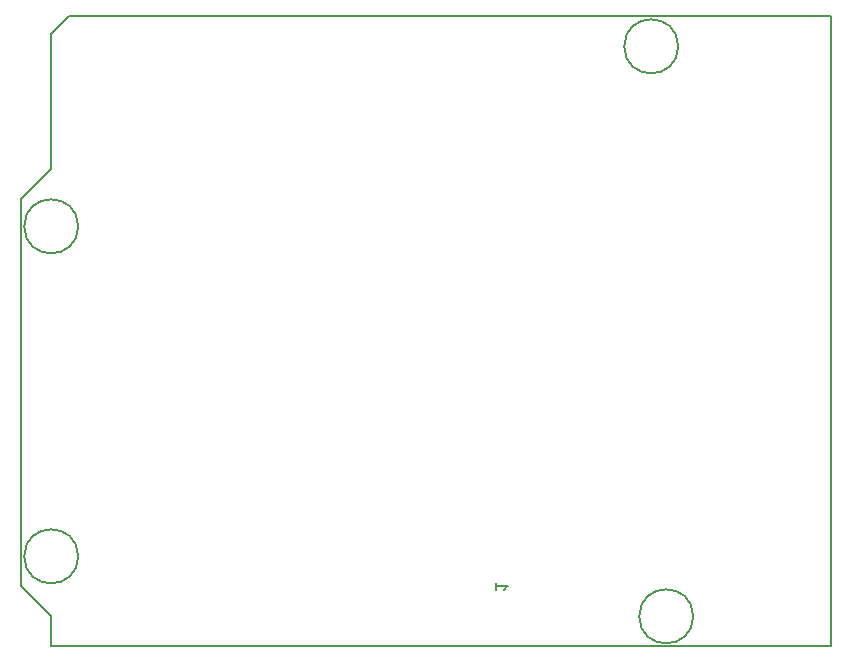
<source format=gbo>
G04 #@! TF.GenerationSoftware,KiCad,Pcbnew,(5.1.9)-1*
G04 #@! TF.CreationDate,2022-01-25T19:13:17-07:00*
G04 #@! TF.ProjectId,Lifting_Mech_PCB_Mount,4c696674-696e-4675-9f4d-6563685f5043,rev?*
G04 #@! TF.SameCoordinates,Original*
G04 #@! TF.FileFunction,Legend,Bot*
G04 #@! TF.FilePolarity,Positive*
%FSLAX46Y46*%
G04 Gerber Fmt 4.6, Leading zero omitted, Abs format (unit mm)*
G04 Created by KiCad (PCBNEW (5.1.9)-1) date 2022-01-25 19:13:17*
%MOMM*%
%LPD*%
G01*
G04 APERTURE LIST*
%ADD10C,0.150000*%
%ADD11C,8.000000*%
%ADD12C,7.000000*%
%ADD13C,2.400000*%
%ADD14C,1.600000*%
%ADD15R,1.600000X1.600000*%
%ADD16O,1.727200X2.032000*%
%ADD17C,4.064000*%
%ADD18C,9.200000*%
%ADD19R,1.700000X1.700000*%
%ADD20O,1.700000X1.700000*%
G04 APERTURE END LIST*
D10*
X84515619Y-243659285D02*
X84515619Y-244230714D01*
X84515619Y-243945000D02*
X85515619Y-243945000D01*
X85372761Y-244040238D01*
X85277523Y-244135476D01*
X85229904Y-244230714D01*
X46868000Y-197209000D02*
X48392000Y-195685000D01*
X46868000Y-208639000D02*
X46868000Y-197209000D01*
X44328000Y-211179000D02*
X46868000Y-208639000D01*
X44328000Y-243945000D02*
X44328000Y-211179000D01*
X46868000Y-246485000D02*
X44328000Y-243945000D01*
X46868000Y-249025000D02*
X46868000Y-246485000D01*
X112908000Y-249025000D02*
X46868000Y-249025000D01*
X112908000Y-195685000D02*
X112908000Y-249025000D01*
X48392000Y-195685000D02*
X112908000Y-195685000D01*
X101224000Y-246485000D02*
G75*
G03*
X101224000Y-246485000I-2286000J0D01*
G01*
X49154000Y-241405000D02*
G75*
G03*
X49154000Y-241405000I-2286000J0D01*
G01*
X99954000Y-198225000D02*
G75*
G03*
X99954000Y-198225000I-2286000J0D01*
G01*
X49154000Y-213465000D02*
G75*
G03*
X49154000Y-213465000I-2286000J0D01*
G01*
%LPC*%
D11*
X300000000Y-153000000D03*
D12*
X66798000Y-159685000D03*
X66798000Y-151135000D03*
X39748000Y-158685000D03*
X39748000Y-150135000D03*
D13*
X116000000Y-3430000D03*
X104000000Y-3430000D03*
D14*
X110510000Y-5730000D03*
X109490000Y-8270000D03*
X108470000Y-5730000D03*
D15*
X107450000Y-8270000D03*
D14*
X112550000Y-5730000D03*
X111530000Y-8270000D03*
D13*
X131000000Y-3430000D03*
X119000000Y-3430000D03*
D14*
X125510000Y-5730000D03*
X124490000Y-8270000D03*
X123470000Y-5730000D03*
D15*
X122450000Y-8270000D03*
D14*
X127550000Y-5730000D03*
X126530000Y-8270000D03*
D13*
X146000000Y-3430000D03*
X134000000Y-3430000D03*
D14*
X140510000Y-5730000D03*
X139490000Y-8270000D03*
X138470000Y-5730000D03*
D15*
X137450000Y-8270000D03*
D14*
X142550000Y-5730000D03*
X141530000Y-8270000D03*
D13*
X161000000Y-3430000D03*
X149000000Y-3430000D03*
D14*
X155510000Y-5730000D03*
X154490000Y-8270000D03*
X153470000Y-5730000D03*
D15*
X152450000Y-8270000D03*
D14*
X157550000Y-5730000D03*
X156530000Y-8270000D03*
D13*
X191000000Y-3430000D03*
X179000000Y-3430000D03*
D14*
X185510000Y-5730000D03*
X184490000Y-8270000D03*
X183470000Y-5730000D03*
D15*
X182450000Y-8270000D03*
D14*
X187550000Y-5730000D03*
X186530000Y-8270000D03*
D13*
X206000000Y-3430000D03*
X194000000Y-3430000D03*
D14*
X200510000Y-5730000D03*
X199490000Y-8270000D03*
X198470000Y-5730000D03*
D15*
X197450000Y-8270000D03*
D14*
X202550000Y-5730000D03*
X201530000Y-8270000D03*
D16*
X84968000Y-246485000D03*
X82428000Y-246485000D03*
X79888000Y-246485000D03*
X77348000Y-246485000D03*
X74808000Y-246485000D03*
X72268000Y-246485000D03*
X69728000Y-246485000D03*
X67188000Y-246485000D03*
X62108000Y-246485000D03*
X59568000Y-246485000D03*
X57028000Y-246485000D03*
X54488000Y-246485000D03*
X51948000Y-246485000D03*
X49408000Y-246485000D03*
X94112000Y-198225000D03*
X91572000Y-198225000D03*
X89032000Y-198225000D03*
X86492000Y-198225000D03*
X83952000Y-198225000D03*
X81412000Y-198225000D03*
X78872000Y-198225000D03*
X76332000Y-198225000D03*
X73792000Y-198225000D03*
X71252000Y-198225000D03*
X67188000Y-198225000D03*
X64648000Y-198225000D03*
X62108000Y-198225000D03*
X59568000Y-198225000D03*
X57028000Y-198225000D03*
X54488000Y-198225000D03*
X51948000Y-198225000D03*
X49408000Y-198225000D03*
D17*
X98938000Y-246485000D03*
X46868000Y-241405000D03*
X97668000Y-198225000D03*
X46868000Y-213465000D03*
D18*
X180000000Y-128000000D03*
X357500000Y-128000000D03*
X357500000Y-33000000D03*
X180000000Y-33000000D03*
D11*
X300000000Y-265000000D03*
X322500000Y-265000000D03*
X300000000Y-387000000D03*
X322500000Y-153000000D03*
X300000000Y-275000000D03*
X322500000Y-275000000D03*
X322500000Y-387000000D03*
D19*
X84968000Y-255530000D03*
D20*
X82428000Y-255530000D03*
X79888000Y-255530000D03*
X77348000Y-255530000D03*
X74808000Y-255530000D03*
X72268000Y-255530000D03*
X69728000Y-255530000D03*
X67188000Y-255530000D03*
D19*
X62108000Y-255530000D03*
D20*
X59568000Y-255530000D03*
X57028000Y-255530000D03*
X54488000Y-255530000D03*
X51948000Y-255530000D03*
X49408000Y-255530000D03*
D19*
X94112000Y-189180000D03*
D20*
X91572000Y-189180000D03*
X89032000Y-189180000D03*
X86492000Y-189180000D03*
X83952000Y-189180000D03*
X81412000Y-189180000D03*
X78872000Y-189180000D03*
X76332000Y-189180000D03*
X73792000Y-189180000D03*
X71252000Y-189180000D03*
X49408000Y-189180000D03*
X51948000Y-189180000D03*
X54488000Y-189180000D03*
X57028000Y-189180000D03*
X59568000Y-189180000D03*
X62108000Y-189180000D03*
X64648000Y-189180000D03*
D19*
X67188000Y-189180000D03*
M02*

</source>
